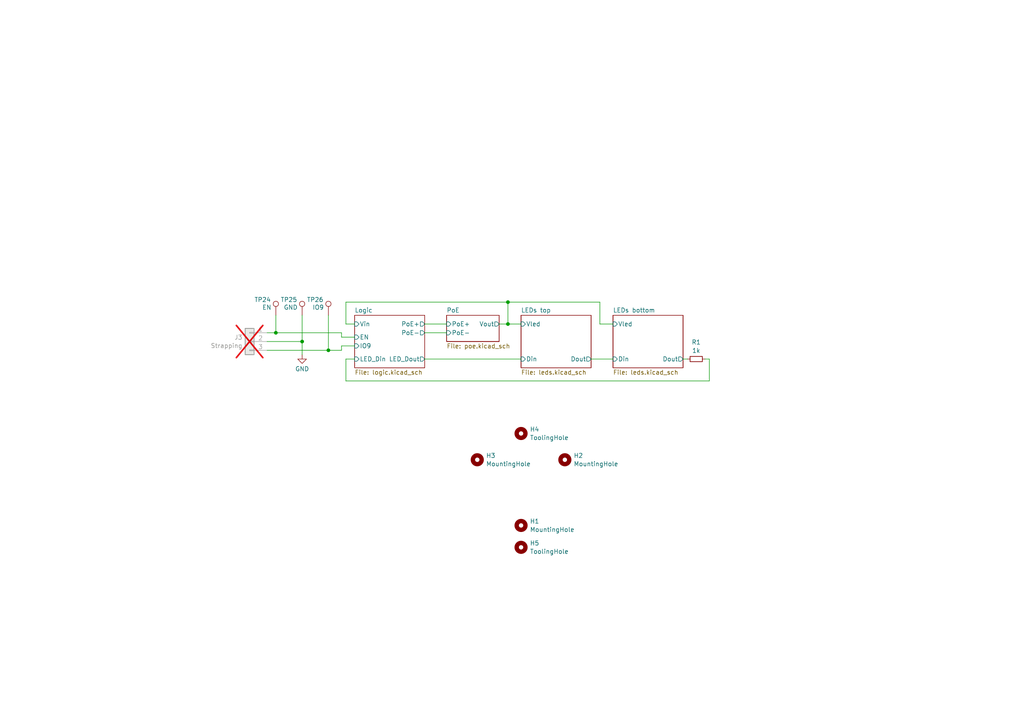
<source format=kicad_sch>
(kicad_sch (version 20231120) (generator "eeschema") (generator_version "8.0")
  (paper "A4")
  (lib_symbols
    (symbol "Connector:TestPoint" (pin_numbers hide) (pin_names (offset 0.762) hide)
      (property "Reference" "TP" (at 0 6.858 0))
      (property "Value" "TestPoint" (at 0 5.08 0))
      (symbol "TestPoint_0_1"
        (circle (center 0 3.302) (radius 0.762))
      )
      (symbol "TestPoint_1_1"
        (pin passive line (at 0 0 90) (length 2.54) (name "1") (number "1"))
      )
    )
    (symbol "Connector_Generic:Conn_01x03" (pin_names (offset 1.016) hide)
      (property "Reference" "J" (at 0 5.08 0))
      (property "Value" "Conn_01x03" (at 0 -5.08 0))
      (symbol "Conn_01x03_1_1"
        (rectangle (start -1.27 -2.413) (end 0 -2.667) (stroke (width 0.1524)))
        (rectangle (start -1.27 0.127) (end 0 -0.127) (stroke (width 0.1524)))
        (rectangle (start -1.27 2.667) (end 0 2.413) (stroke (width 0.1524)))
        (rectangle (start -1.27 3.81) (end 1.27 -3.81) (stroke (width 0.254)) (fill (type background)))
        (pin passive line (at -5.08 2.54 0) (length 3.81) (name "Pin_1") (number "1"))
        (pin passive line (at -5.08 0 0) (length 3.81) (name "Pin_2") (number "2"))
        (pin passive line (at -5.08 -2.54 0) (length 3.81) (name "Pin_3") (number "3"))
      )
    )
    (symbol "Device:R_Small" (pin_numbers hide) (pin_names (offset 0.254) hide)
      (property "Reference" "R" (at 0.762 0.508 0))
      (property "Value" "R_Small" (at 0.762 -1.016 0))
      (symbol "R_Small_0_1"
        (rectangle (start -0.762 1.778) (end 0.762 -1.778) (stroke (width 0.2032)))
      )
      (symbol "R_Small_1_1"
        (pin passive line (at 0 2.54 270) (length 0.762) (name "~") (number "1"))
        (pin passive line (at 0 -2.54 90) (length 0.762) (name "~") (number "2"))
      )
    )
    (symbol "Mechanical:MountingHole" (pin_names (offset 1.016)) (exclude_from_sim yes) (in_bom no)
      (property "Reference" "H" (at 0 5.08 0))
      (property "Value" "MountingHole" (at 0 3.175 0))
      (symbol "MountingHole_0_1"
        (circle (center 0 0) (radius 1.27) (stroke (width 1.27)))
      )
    )
    (symbol "power:GND" (power) (pin_names (offset 0))
      (property "Value" "GND" (at 0 -3.81 0))
      (symbol "GND_0_1"
        (polyline (pts (xy 0 0) (xy 0 -1.27) (xy 1.27 -1.27) (xy 0 -2.54) (xy -1.27 -1.27) (xy 0 -1.27)))
      )
      (symbol "GND_1_1"
        (pin power_in line (at 0 0 270) (length 0) hide (name "GND") (number "1"))
      )
    )
  )
  (junction (at 147.32 93.98))
  (junction (at 87.63 99.06))
  (junction (at 147.32 87.63))
  (junction (at 95.25 101.6))
  (junction (at 80.01 96.52))
  (wire (pts (xy 147.32 87.63) (xy 173.99 87.63)))
  (wire (pts (xy 95.25 101.6) (xy 99.06 101.6)))
  (wire (pts (xy 77.47 101.6) (xy 95.25 101.6)))
  (wire (pts (xy 99.06 97.79) (xy 99.06 96.52)))
  (wire (pts (xy 102.87 97.79) (xy 99.06 97.79)))
  (wire (pts (xy 77.47 99.06) (xy 87.63 99.06)))
  (wire (pts (xy 80.01 91.44) (xy 80.01 96.52)))
  (wire (pts (xy 173.99 93.98) (xy 177.8 93.98)))
  (wire (pts (xy 147.32 93.98) (xy 151.13 93.98)))
  (wire (pts (xy 77.47 96.52) (xy 80.01 96.52)))
  (wire (pts (xy 100.33 104.14) (xy 100.33 110.49)))
  (wire (pts (xy 102.87 104.14) (xy 100.33 104.14)))
  (wire (pts (xy 102.87 100.33) (xy 99.06 100.33)))
  (wire (pts (xy 173.99 87.63) (xy 173.99 93.98)))
  (wire (pts (xy 171.45 104.14) (xy 177.8 104.14)))
  (wire (pts (xy 100.33 93.98) (xy 100.33 87.63)))
  (wire (pts (xy 123.19 96.52) (xy 129.54 96.52)))
  (wire (pts (xy 123.19 104.14) (xy 151.13 104.14)))
  (wire (pts (xy 87.63 99.06) (xy 87.63 102.87)))
  (wire (pts (xy 102.87 93.98) (xy 100.33 93.98)))
  (wire (pts (xy 100.33 110.49) (xy 205.74 110.49)))
  (wire (pts (xy 205.74 104.14) (xy 204.47 104.14)))
  (wire (pts (xy 99.06 100.33) (xy 99.06 101.6)))
  (wire (pts (xy 95.25 91.44) (xy 95.25 101.6)))
  (wire (pts (xy 87.63 91.44) (xy 87.63 99.06)))
  (wire (pts (xy 147.32 93.98) (xy 147.32 87.63)))
  (wire (pts (xy 123.19 93.98) (xy 129.54 93.98)))
  (wire (pts (xy 205.74 104.14) (xy 205.74 110.49)))
  (wire (pts (xy 144.78 93.98) (xy 147.32 93.98)))
  (wire (pts (xy 80.01 96.52) (xy 99.06 96.52)))
  (wire (pts (xy 198.12 104.14) (xy 199.39 104.14)))
  (wire (pts (xy 100.33 87.63) (xy 147.32 87.63)))
  (symbol (lib_id "Connector_Generic:Conn_01x03") (at 72.39 99.06 0) (mirror y) (unit 1) (in_bom no) (dnp yes)
    (property "Reference" "J3" (at 70.358 97.8479 0) (effects (justify left)))
    (property "Value" "Strapping" (at 70.358 100.2721 0) (effects (justify left)))
    (property "Footprint" "Connector_PinHeader_2.54mm:PinHeader_1x03_P2.54mm_Vertical" (effects (hide yes)))
  )
  (symbol (lib_id "Mechanical:MountingHole") (at 151.13 152.4 0) (unit 1) (exclude_from_sim yes) (in_bom no)
    (property "Reference" "H1" (at 153.67 151.1878 0) (effects (justify left)))
    (property "Value" "MountingHole" (at 153.67 153.6121 0) (effects (justify left)))
    (property "Footprint" "MountingHole:MountingHole_3.2mm_M3" (effects (hide yes)))
    (property "Description" "Mounting Hole without connection" (effects (hide yes)))
  )
  (symbol (lib_id "Connector:TestPoint") (at 87.63 91.44 0) (mirror y) (unit 1) (in_bom no)
    (property "Reference" "TP25" (at 86.233 86.9258 0) (effects (justify left)))
    (property "Value" "GND" (at 86.36 89.154 0) (effects (justify left)))
    (property "Footprint" "TestPoint:TestPoint_Pad_D2.0mm" (effects (hide yes)))
    (property "Description" "test point" (effects (hide yes)))
  )
  (symbol (lib_id "Mechanical:MountingHole") (at 151.13 125.73 0) (unit 1) (exclude_from_sim yes) (in_bom no)
    (property "Reference" "H4" (at 153.67 124.5178 0) (effects (justify left)))
    (property "Value" "ToolingHole" (at 153.67 126.9421 0) (effects (justify left)))
    (property "Footprint" "ToolingHole:ToolingHole_JLCSMT" (effects (hide yes)))
    (property "Description" "Mounting Hole without connection" (effects (hide yes)))
  )
  (symbol (lib_id "Mechanical:MountingHole") (at 163.83 133.35 0) (unit 1) (exclude_from_sim yes) (in_bom no)
    (property "Reference" "H2" (at 166.37 132.1378 0) (effects (justify left)))
    (property "Value" "MountingHole" (at 166.37 134.5621 0) (effects (justify left)))
    (property "Footprint" "MountingHole:MountingHole_3.2mm_M3" (effects (hide yes)))
    (property "Description" "Mounting Hole without connection" (effects (hide yes)))
  )
  (symbol (lib_id "power:GND") (at 87.63 102.87 0) (mirror y) (unit 1)
    (property "Reference" "#PWR016" (effects (hide yes)))
    (property "Value" "GND" (at 87.63 107.0031 0))
  )
  (symbol (lib_id "Connector:TestPoint") (at 95.25 91.44 0) (mirror y) (unit 1) (in_bom no)
    (property "Reference" "TP26" (at 93.853 86.9258 0) (effects (justify left)))
    (property "Value" "IO9" (at 93.98 89.154 0) (effects (justify left)))
    (property "Footprint" "TestPoint_no_outline:TestPoint_Pad_D2.0mm_no_outline" (effects (hide yes)))
    (property "Description" "test point" (effects (hide yes)))
  )
  (symbol (lib_id "Mechanical:MountingHole") (at 138.43 133.35 0) (unit 1) (exclude_from_sim yes) (in_bom no)
    (property "Reference" "H3" (at 140.97 132.1378 0) (effects (justify left)))
    (property "Value" "MountingHole" (at 140.97 134.5621 0) (effects (justify left)))
    (property "Footprint" "MountingHole:MountingHole_3.2mm_M3" (effects (hide yes)))
    (property "Description" "Mounting Hole without connection" (effects (hide yes)))
  )
  (symbol (lib_id "Connector:TestPoint") (at 80.01 91.44 0) (mirror y) (unit 1) (in_bom no)
    (property "Reference" "TP24" (at 78.613 86.9258 0) (effects (justify left)))
    (property "Value" "EN" (at 78.74 89.154 0) (effects (justify left)))
    (property "Footprint" "TestPoint_no_outline:TestPoint_Pad_D2.0mm_no_outline" (effects (hide yes)))
    (property "Description" "test point" (effects (hide yes)))
  )
  (symbol (lib_id "Device:R_Small") (at 201.93 104.14 270) (unit 1)
    (property "Reference" "R1" (at 201.93 99.2589 90))
    (property "Value" "1k" (at 201.93 101.6832 90))
    (property "Footprint" "Resistor_SMD:R_0402_1005Metric" (effects (hide yes)))
    (property "Description" "Resistor, small symbol" (effects (hide yes)))
    (property "LCSC" "C11702" (effects (hide yes)))
  )
  (symbol (lib_id "Mechanical:MountingHole") (at 151.13 158.75 0) (unit 1) (exclude_from_sim yes) (in_bom no)
    (property "Reference" "H5" (at 153.67 157.5378 0) (effects (justify left)))
    (property "Value" "ToolingHole" (at 153.67 159.9621 0) (effects (justify left)))
    (property "Footprint" "ToolingHole:ToolingHole_JLCSMT" (effects (hide yes)))
    (property "Description" "Mounting Hole without connection" (effects (hide yes)))
  )
  (sheet (at 129.54 91.44) (size 15.24 7.62) (stroke (width 0.1524))
    (property "Sheetname" "PoE" (at 129.54 90.7284 0) (effects (justify left bottom)))
    (property "Sheetfile" "poe.kicad_sch" (at 129.54 99.6446 0) (effects (justify left top)))
    (pin "PoE+" input (at 129.54 93.98 180))
    (pin "PoE-" input (at 129.54 96.52 180))
    (pin "Vout" output (at 144.78 93.98 0))
  )
  (sheet (at 177.8 91.44) (size 20.32 15.24) (stroke (width 0.1524))
    (property "Sheetname" "LEDs bottom" (at 177.8 90.7284 0) (effects (justify left bottom)))
    (property "Sheetfile" "leds.kicad_sch" (at 177.8 107.2646 0) (effects (justify left top)))
    (pin "Dout" output (at 198.12 104.14 0))
    (pin "Vled" input (at 177.8 93.98 180))
    (pin "Din" input (at 177.8 104.14 180))
  )
  (sheet (at 102.87 91.44) (size 20.32 15.24) (stroke (width 0.1524))
    (property "Sheetname" "Logic" (at 102.87 90.7284 0) (effects (justify left bottom)))
    (property "Sheetfile" "logic.kicad_sch" (at 102.87 107.2646 0) (effects (justify left top)))
    (pin "PoE-" output (at 123.19 96.52 0))
    (pin "PoE+" output (at 123.19 93.98 0))
    (pin "Vin" input (at 102.87 93.98 180))
    (pin "LED_Dout" output (at 123.19 104.14 0))
    (pin "LED_Din" input (at 102.87 104.14 180))
    (pin "IO9" input (at 102.87 100.33 180))
    (pin "EN" input (at 102.87 97.79 180))
  )
  (sheet (at 151.13 91.44) (size 20.32 15.24) (stroke (width 0.1524))
    (property "Sheetname" "LEDs top" (at 151.13 90.7284 0) (effects (justify left bottom)))
    (property "Sheetfile" "leds.kicad_sch" (at 151.13 107.2646 0) (effects (justify left top)))
    (pin "Dout" output (at 171.45 104.14 0))
    (pin "Vled" input (at 151.13 93.98 180))
    (pin "Din" input (at 151.13 104.14 180))
  )
)
</source>
